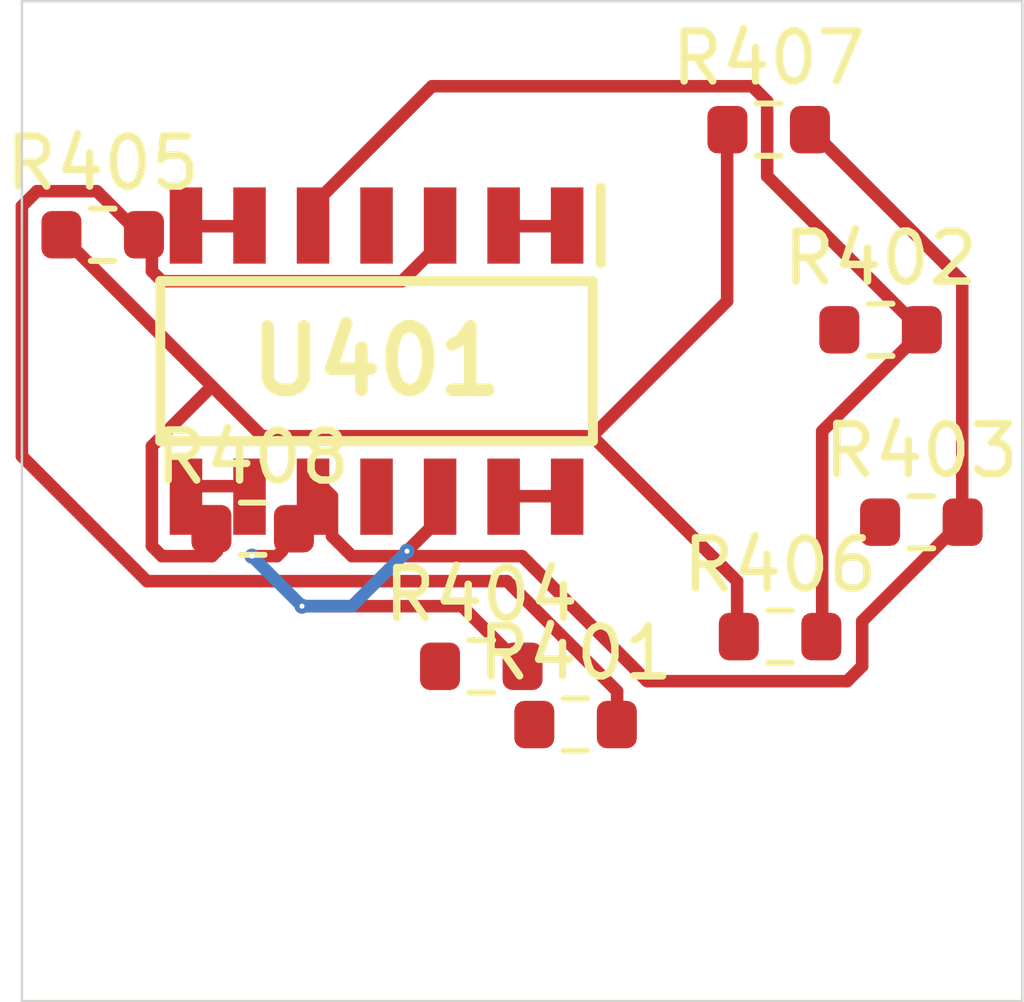
<source format=kicad_pcb>
 ( kicad_pcb  ( version 20171130 )
 ( host pcbnew 5.1.12-84ad8e8a86~92~ubuntu18.04.1 )
 ( general  ( thickness 1.6 )
 ( drawings 4 )
 ( tracks 0 )
 ( zones 0 )
 ( modules 9 )
 ( nets 14 )
)
 ( page A4 )
 ( layers  ( 0 F.Cu signal )
 ( 31 B.Cu signal )
 ( 32 B.Adhes user )
 ( 33 F.Adhes user )
 ( 34 B.Paste user )
 ( 35 F.Paste user )
 ( 36 B.SilkS user )
 ( 37 F.SilkS user )
 ( 38 B.Mask user )
 ( 39 F.Mask user )
 ( 40 Dwgs.User user )
 ( 41 Cmts.User user )
 ( 42 Eco1.User user )
 ( 43 Eco2.User user )
 ( 44 Edge.Cuts user )
 ( 45 Margin user )
 ( 46 B.CrtYd user )
 ( 47 F.CrtYd user )
 ( 48 B.Fab user )
 ( 49 F.Fab user )
)
 ( setup  ( last_trace_width 0.25 )
 ( trace_clearance 0.2 )
 ( zone_clearance 0.508 )
 ( zone_45_only no )
 ( trace_min 0.2 )
 ( via_size 0.8 )
 ( via_drill 0.4 )
 ( via_min_size 0.4 )
 ( via_min_drill 0.3 )
 ( uvia_size 0.3 )
 ( uvia_drill 0.1 )
 ( uvias_allowed no )
 ( uvia_min_size 0.2 )
 ( uvia_min_drill 0.1 )
 ( edge_width 0.05 )
 ( segment_width 0.2 )
 ( pcb_text_width 0.3 )
 ( pcb_text_size 1.5 1.5 )
 ( mod_edge_width 0.12 )
 ( mod_text_size 1 1 )
 ( mod_text_width 0.15 )
 ( pad_size 1.524 1.524 )
 ( pad_drill 0.762 )
 ( pad_to_mask_clearance 0 )
 ( aux_axis_origin 0 0 )
 ( visible_elements FFFFFF7F )
 ( pcbplotparams  ( layerselection 0x010fc_ffffffff )
 ( usegerberextensions false )
 ( usegerberattributes true )
 ( usegerberadvancedattributes true )
 ( creategerberjobfile true )
 ( excludeedgelayer true )
 ( linewidth 0.100000 )
 ( plotframeref false )
 ( viasonmask false )
 ( mode 1 )
 ( useauxorigin false )
 ( hpglpennumber 1 )
 ( hpglpenspeed 20 )
 ( hpglpendiameter 15.000000 )
 ( psnegative false )
 ( psa4output false )
 ( plotreference true )
 ( plotvalue true )
 ( plotinvisibletext false )
 ( padsonsilk false )
 ( subtractmaskfromsilk false )
 ( outputformat 1 )
 ( mirror false )
 ( drillshape 1 )
 ( scaleselection 1 )
 ( outputdirectory "" )
)
)
 ( net 0 "" )
 ( net 1 /Sheet6235D886/vp )
 ( net 2 /Sheet6248AD22/chn0 )
 ( net 3 /Sheet6248AD22/chn1 )
 ( net 4 /Sheet6248AD22/chn2 )
 ( net 5 /Sheet6248AD22/chn3 )
 ( net 6 "Net-(R401-Pad2)" )
 ( net 7 "Net-(R402-Pad2)" )
 ( net 8 "Net-(R403-Pad2)" )
 ( net 9 "Net-(R404-Pad2)" )
 ( net 10 /Sheet6248AD22/chn0_n )
 ( net 11 /Sheet6248AD22/chn1_n )
 ( net 12 /Sheet6248AD22/chn2_n )
 ( net 13 /Sheet6248AD22/chn3_n )
 ( net_class Default "This is the default net class."  ( clearance 0.2 )
 ( trace_width 0.25 )
 ( via_dia 0.8 )
 ( via_drill 0.4 )
 ( uvia_dia 0.3 )
 ( uvia_drill 0.1 )
 ( add_net /Sheet6235D886/vp )
 ( add_net /Sheet6248AD22/chn0 )
 ( add_net /Sheet6248AD22/chn0_n )
 ( add_net /Sheet6248AD22/chn1 )
 ( add_net /Sheet6248AD22/chn1_n )
 ( add_net /Sheet6248AD22/chn2 )
 ( add_net /Sheet6248AD22/chn2_n )
 ( add_net /Sheet6248AD22/chn3 )
 ( add_net /Sheet6248AD22/chn3_n )
 ( add_net "Net-(R401-Pad2)" )
 ( add_net "Net-(R402-Pad2)" )
 ( add_net "Net-(R403-Pad2)" )
 ( add_net "Net-(R404-Pad2)" )
)
 ( module Resistor_SMD:R_0603_1608Metric  ( layer F.Cu )
 ( tedit 5F68FEEE )
 ( tstamp 623425C8 )
 ( at 91.070000 114.468000 )
 ( descr "Resistor SMD 0603 (1608 Metric), square (rectangular) end terminal, IPC_7351 nominal, (Body size source: IPC-SM-782 page 72, https://www.pcb-3d.com/wordpress/wp-content/uploads/ipc-sm-782a_amendment_1_and_2.pdf), generated with kicad-footprint-generator" )
 ( tags resistor )
 ( path /6248AD23/6249ADFD )
 ( attr smd )
 ( fp_text reference R401  ( at 0 -1.43 )
 ( layer F.SilkS )
 ( effects  ( font  ( size 1 1 )
 ( thickness 0.15 )
)
)
)
 ( fp_text value 10M  ( at 0 1.43 )
 ( layer F.Fab )
 ( effects  ( font  ( size 1 1 )
 ( thickness 0.15 )
)
)
)
 ( fp_line  ( start -0.8 0.4125 )
 ( end -0.8 -0.4125 )
 ( layer F.Fab )
 ( width 0.1 )
)
 ( fp_line  ( start -0.8 -0.4125 )
 ( end 0.8 -0.4125 )
 ( layer F.Fab )
 ( width 0.1 )
)
 ( fp_line  ( start 0.8 -0.4125 )
 ( end 0.8 0.4125 )
 ( layer F.Fab )
 ( width 0.1 )
)
 ( fp_line  ( start 0.8 0.4125 )
 ( end -0.8 0.4125 )
 ( layer F.Fab )
 ( width 0.1 )
)
 ( fp_line  ( start -0.237258 -0.5225 )
 ( end 0.237258 -0.5225 )
 ( layer F.SilkS )
 ( width 0.12 )
)
 ( fp_line  ( start -0.237258 0.5225 )
 ( end 0.237258 0.5225 )
 ( layer F.SilkS )
 ( width 0.12 )
)
 ( fp_line  ( start -1.48 0.73 )
 ( end -1.48 -0.73 )
 ( layer F.CrtYd )
 ( width 0.05 )
)
 ( fp_line  ( start -1.48 -0.73 )
 ( end 1.48 -0.73 )
 ( layer F.CrtYd )
 ( width 0.05 )
)
 ( fp_line  ( start 1.48 -0.73 )
 ( end 1.48 0.73 )
 ( layer F.CrtYd )
 ( width 0.05 )
)
 ( fp_line  ( start 1.48 0.73 )
 ( end -1.48 0.73 )
 ( layer F.CrtYd )
 ( width 0.05 )
)
 ( fp_text user %R  ( at 0 0 )
 ( layer F.Fab )
 ( effects  ( font  ( size 0.4 0.4 )
 ( thickness 0.06 )
)
)
)
 ( pad 2 smd roundrect  ( at 0.825 0 )
 ( size 0.8 0.95 )
 ( layers F.Cu F.Mask F.Paste )
 ( roundrect_rratio 0.25 )
 ( net 6 "Net-(R401-Pad2)" )
)
 ( pad 1 smd roundrect  ( at -0.825 0 )
 ( size 0.8 0.95 )
 ( layers F.Cu F.Mask F.Paste )
 ( roundrect_rratio 0.25 )
 ( net 10 /Sheet6248AD22/chn0_n )
)
 ( model ${KISYS3DMOD}/Resistor_SMD.3dshapes/R_0603_1608Metric.wrl  ( at  ( xyz 0 0 0 )
)
 ( scale  ( xyz 1 1 1 )
)
 ( rotate  ( xyz 0 0 0 )
)
)
)
 ( module Resistor_SMD:R_0603_1608Metric  ( layer F.Cu )
 ( tedit 5F68FEEE )
 ( tstamp 623425D9 )
 ( at 97.168000 106.572000 )
 ( descr "Resistor SMD 0603 (1608 Metric), square (rectangular) end terminal, IPC_7351 nominal, (Body size source: IPC-SM-782 page 72, https://www.pcb-3d.com/wordpress/wp-content/uploads/ipc-sm-782a_amendment_1_and_2.pdf), generated with kicad-footprint-generator" )
 ( tags resistor )
 ( path /6248AD23/6249B75E )
 ( attr smd )
 ( fp_text reference R402  ( at 0 -1.43 )
 ( layer F.SilkS )
 ( effects  ( font  ( size 1 1 )
 ( thickness 0.15 )
)
)
)
 ( fp_text value 10M  ( at 0 1.43 )
 ( layer F.Fab )
 ( effects  ( font  ( size 1 1 )
 ( thickness 0.15 )
)
)
)
 ( fp_line  ( start 1.48 0.73 )
 ( end -1.48 0.73 )
 ( layer F.CrtYd )
 ( width 0.05 )
)
 ( fp_line  ( start 1.48 -0.73 )
 ( end 1.48 0.73 )
 ( layer F.CrtYd )
 ( width 0.05 )
)
 ( fp_line  ( start -1.48 -0.73 )
 ( end 1.48 -0.73 )
 ( layer F.CrtYd )
 ( width 0.05 )
)
 ( fp_line  ( start -1.48 0.73 )
 ( end -1.48 -0.73 )
 ( layer F.CrtYd )
 ( width 0.05 )
)
 ( fp_line  ( start -0.237258 0.5225 )
 ( end 0.237258 0.5225 )
 ( layer F.SilkS )
 ( width 0.12 )
)
 ( fp_line  ( start -0.237258 -0.5225 )
 ( end 0.237258 -0.5225 )
 ( layer F.SilkS )
 ( width 0.12 )
)
 ( fp_line  ( start 0.8 0.4125 )
 ( end -0.8 0.4125 )
 ( layer F.Fab )
 ( width 0.1 )
)
 ( fp_line  ( start 0.8 -0.4125 )
 ( end 0.8 0.4125 )
 ( layer F.Fab )
 ( width 0.1 )
)
 ( fp_line  ( start -0.8 -0.4125 )
 ( end 0.8 -0.4125 )
 ( layer F.Fab )
 ( width 0.1 )
)
 ( fp_line  ( start -0.8 0.4125 )
 ( end -0.8 -0.4125 )
 ( layer F.Fab )
 ( width 0.1 )
)
 ( fp_text user %R  ( at 0 0 )
 ( layer F.Fab )
 ( effects  ( font  ( size 0.4 0.4 )
 ( thickness 0.06 )
)
)
)
 ( pad 1 smd roundrect  ( at -0.825 0 )
 ( size 0.8 0.95 )
 ( layers F.Cu F.Mask F.Paste )
 ( roundrect_rratio 0.25 )
 ( net 11 /Sheet6248AD22/chn1_n )
)
 ( pad 2 smd roundrect  ( at 0.825 0 )
 ( size 0.8 0.95 )
 ( layers F.Cu F.Mask F.Paste )
 ( roundrect_rratio 0.25 )
 ( net 7 "Net-(R402-Pad2)" )
)
 ( model ${KISYS3DMOD}/Resistor_SMD.3dshapes/R_0603_1608Metric.wrl  ( at  ( xyz 0 0 0 )
)
 ( scale  ( xyz 1 1 1 )
)
 ( rotate  ( xyz 0 0 0 )
)
)
)
 ( module Resistor_SMD:R_0603_1608Metric  ( layer F.Cu )
 ( tedit 5F68FEEE )
 ( tstamp 623425EA )
 ( at 97.982900 110.420000 )
 ( descr "Resistor SMD 0603 (1608 Metric), square (rectangular) end terminal, IPC_7351 nominal, (Body size source: IPC-SM-782 page 72, https://www.pcb-3d.com/wordpress/wp-content/uploads/ipc-sm-782a_amendment_1_and_2.pdf), generated with kicad-footprint-generator" )
 ( tags resistor )
 ( path /6248AD23/6249FB7A )
 ( attr smd )
 ( fp_text reference R403  ( at 0 -1.43 )
 ( layer F.SilkS )
 ( effects  ( font  ( size 1 1 )
 ( thickness 0.15 )
)
)
)
 ( fp_text value 10M  ( at 0 1.43 )
 ( layer F.Fab )
 ( effects  ( font  ( size 1 1 )
 ( thickness 0.15 )
)
)
)
 ( fp_line  ( start 1.48 0.73 )
 ( end -1.48 0.73 )
 ( layer F.CrtYd )
 ( width 0.05 )
)
 ( fp_line  ( start 1.48 -0.73 )
 ( end 1.48 0.73 )
 ( layer F.CrtYd )
 ( width 0.05 )
)
 ( fp_line  ( start -1.48 -0.73 )
 ( end 1.48 -0.73 )
 ( layer F.CrtYd )
 ( width 0.05 )
)
 ( fp_line  ( start -1.48 0.73 )
 ( end -1.48 -0.73 )
 ( layer F.CrtYd )
 ( width 0.05 )
)
 ( fp_line  ( start -0.237258 0.5225 )
 ( end 0.237258 0.5225 )
 ( layer F.SilkS )
 ( width 0.12 )
)
 ( fp_line  ( start -0.237258 -0.5225 )
 ( end 0.237258 -0.5225 )
 ( layer F.SilkS )
 ( width 0.12 )
)
 ( fp_line  ( start 0.8 0.4125 )
 ( end -0.8 0.4125 )
 ( layer F.Fab )
 ( width 0.1 )
)
 ( fp_line  ( start 0.8 -0.4125 )
 ( end 0.8 0.4125 )
 ( layer F.Fab )
 ( width 0.1 )
)
 ( fp_line  ( start -0.8 -0.4125 )
 ( end 0.8 -0.4125 )
 ( layer F.Fab )
 ( width 0.1 )
)
 ( fp_line  ( start -0.8 0.4125 )
 ( end -0.8 -0.4125 )
 ( layer F.Fab )
 ( width 0.1 )
)
 ( fp_text user %R  ( at 0 0 )
 ( layer F.Fab )
 ( effects  ( font  ( size 0.4 0.4 )
 ( thickness 0.06 )
)
)
)
 ( pad 1 smd roundrect  ( at -0.825 0 )
 ( size 0.8 0.95 )
 ( layers F.Cu F.Mask F.Paste )
 ( roundrect_rratio 0.25 )
 ( net 12 /Sheet6248AD22/chn2_n )
)
 ( pad 2 smd roundrect  ( at 0.825 0 )
 ( size 0.8 0.95 )
 ( layers F.Cu F.Mask F.Paste )
 ( roundrect_rratio 0.25 )
 ( net 8 "Net-(R403-Pad2)" )
)
 ( model ${KISYS3DMOD}/Resistor_SMD.3dshapes/R_0603_1608Metric.wrl  ( at  ( xyz 0 0 0 )
)
 ( scale  ( xyz 1 1 1 )
)
 ( rotate  ( xyz 0 0 0 )
)
)
)
 ( module Resistor_SMD:R_0603_1608Metric  ( layer F.Cu )
 ( tedit 5F68FEEE )
 ( tstamp 623425FB )
 ( at 89.184900 113.303000 )
 ( descr "Resistor SMD 0603 (1608 Metric), square (rectangular) end terminal, IPC_7351 nominal, (Body size source: IPC-SM-782 page 72, https://www.pcb-3d.com/wordpress/wp-content/uploads/ipc-sm-782a_amendment_1_and_2.pdf), generated with kicad-footprint-generator" )
 ( tags resistor )
 ( path /6248AD23/6249FB74 )
 ( attr smd )
 ( fp_text reference R404  ( at 0 -1.43 )
 ( layer F.SilkS )
 ( effects  ( font  ( size 1 1 )
 ( thickness 0.15 )
)
)
)
 ( fp_text value 10M  ( at 0 1.43 )
 ( layer F.Fab )
 ( effects  ( font  ( size 1 1 )
 ( thickness 0.15 )
)
)
)
 ( fp_line  ( start -0.8 0.4125 )
 ( end -0.8 -0.4125 )
 ( layer F.Fab )
 ( width 0.1 )
)
 ( fp_line  ( start -0.8 -0.4125 )
 ( end 0.8 -0.4125 )
 ( layer F.Fab )
 ( width 0.1 )
)
 ( fp_line  ( start 0.8 -0.4125 )
 ( end 0.8 0.4125 )
 ( layer F.Fab )
 ( width 0.1 )
)
 ( fp_line  ( start 0.8 0.4125 )
 ( end -0.8 0.4125 )
 ( layer F.Fab )
 ( width 0.1 )
)
 ( fp_line  ( start -0.237258 -0.5225 )
 ( end 0.237258 -0.5225 )
 ( layer F.SilkS )
 ( width 0.12 )
)
 ( fp_line  ( start -0.237258 0.5225 )
 ( end 0.237258 0.5225 )
 ( layer F.SilkS )
 ( width 0.12 )
)
 ( fp_line  ( start -1.48 0.73 )
 ( end -1.48 -0.73 )
 ( layer F.CrtYd )
 ( width 0.05 )
)
 ( fp_line  ( start -1.48 -0.73 )
 ( end 1.48 -0.73 )
 ( layer F.CrtYd )
 ( width 0.05 )
)
 ( fp_line  ( start 1.48 -0.73 )
 ( end 1.48 0.73 )
 ( layer F.CrtYd )
 ( width 0.05 )
)
 ( fp_line  ( start 1.48 0.73 )
 ( end -1.48 0.73 )
 ( layer F.CrtYd )
 ( width 0.05 )
)
 ( fp_text user %R  ( at 0 0 )
 ( layer F.Fab )
 ( effects  ( font  ( size 0.4 0.4 )
 ( thickness 0.06 )
)
)
)
 ( pad 2 smd roundrect  ( at 0.825 0 )
 ( size 0.8 0.95 )
 ( layers F.Cu F.Mask F.Paste )
 ( roundrect_rratio 0.25 )
 ( net 9 "Net-(R404-Pad2)" )
)
 ( pad 1 smd roundrect  ( at -0.825 0 )
 ( size 0.8 0.95 )
 ( layers F.Cu F.Mask F.Paste )
 ( roundrect_rratio 0.25 )
 ( net 13 /Sheet6248AD22/chn3_n )
)
 ( model ${KISYS3DMOD}/Resistor_SMD.3dshapes/R_0603_1608Metric.wrl  ( at  ( xyz 0 0 0 )
)
 ( scale  ( xyz 1 1 1 )
)
 ( rotate  ( xyz 0 0 0 )
)
)
)
 ( module Resistor_SMD:R_0603_1608Metric  ( layer F.Cu )
 ( tedit 5F68FEEE )
 ( tstamp 6234260C )
 ( at 81.616200 104.671000 )
 ( descr "Resistor SMD 0603 (1608 Metric), square (rectangular) end terminal, IPC_7351 nominal, (Body size source: IPC-SM-782 page 72, https://www.pcb-3d.com/wordpress/wp-content/uploads/ipc-sm-782a_amendment_1_and_2.pdf), generated with kicad-footprint-generator" )
 ( tags resistor )
 ( path /6248AD23/62497F62 )
 ( attr smd )
 ( fp_text reference R405  ( at 0 -1.43 )
 ( layer F.SilkS )
 ( effects  ( font  ( size 1 1 )
 ( thickness 0.15 )
)
)
)
 ( fp_text value 750k  ( at 0 1.43 )
 ( layer F.Fab )
 ( effects  ( font  ( size 1 1 )
 ( thickness 0.15 )
)
)
)
 ( fp_line  ( start -0.8 0.4125 )
 ( end -0.8 -0.4125 )
 ( layer F.Fab )
 ( width 0.1 )
)
 ( fp_line  ( start -0.8 -0.4125 )
 ( end 0.8 -0.4125 )
 ( layer F.Fab )
 ( width 0.1 )
)
 ( fp_line  ( start 0.8 -0.4125 )
 ( end 0.8 0.4125 )
 ( layer F.Fab )
 ( width 0.1 )
)
 ( fp_line  ( start 0.8 0.4125 )
 ( end -0.8 0.4125 )
 ( layer F.Fab )
 ( width 0.1 )
)
 ( fp_line  ( start -0.237258 -0.5225 )
 ( end 0.237258 -0.5225 )
 ( layer F.SilkS )
 ( width 0.12 )
)
 ( fp_line  ( start -0.237258 0.5225 )
 ( end 0.237258 0.5225 )
 ( layer F.SilkS )
 ( width 0.12 )
)
 ( fp_line  ( start -1.48 0.73 )
 ( end -1.48 -0.73 )
 ( layer F.CrtYd )
 ( width 0.05 )
)
 ( fp_line  ( start -1.48 -0.73 )
 ( end 1.48 -0.73 )
 ( layer F.CrtYd )
 ( width 0.05 )
)
 ( fp_line  ( start 1.48 -0.73 )
 ( end 1.48 0.73 )
 ( layer F.CrtYd )
 ( width 0.05 )
)
 ( fp_line  ( start 1.48 0.73 )
 ( end -1.48 0.73 )
 ( layer F.CrtYd )
 ( width 0.05 )
)
 ( fp_text user %R  ( at 0 0 )
 ( layer F.Fab )
 ( effects  ( font  ( size 0.4 0.4 )
 ( thickness 0.06 )
)
)
)
 ( pad 2 smd roundrect  ( at 0.825 0 )
 ( size 0.8 0.95 )
 ( layers F.Cu F.Mask F.Paste )
 ( roundrect_rratio 0.25 )
 ( net 6 "Net-(R401-Pad2)" )
)
 ( pad 1 smd roundrect  ( at -0.825 0 )
 ( size 0.8 0.95 )
 ( layers F.Cu F.Mask F.Paste )
 ( roundrect_rratio 0.25 )
 ( net 1 /Sheet6235D886/vp )
)
 ( model ${KISYS3DMOD}/Resistor_SMD.3dshapes/R_0603_1608Metric.wrl  ( at  ( xyz 0 0 0 )
)
 ( scale  ( xyz 1 1 1 )
)
 ( rotate  ( xyz 0 0 0 )
)
)
)
 ( module Resistor_SMD:R_0603_1608Metric  ( layer F.Cu )
 ( tedit 5F68FEEE )
 ( tstamp 6234261D )
 ( at 95.158400 112.709000 )
 ( descr "Resistor SMD 0603 (1608 Metric), square (rectangular) end terminal, IPC_7351 nominal, (Body size source: IPC-SM-782 page 72, https://www.pcb-3d.com/wordpress/wp-content/uploads/ipc-sm-782a_amendment_1_and_2.pdf), generated with kicad-footprint-generator" )
 ( tags resistor )
 ( path /6248AD23/62499098 )
 ( attr smd )
 ( fp_text reference R406  ( at 0 -1.43 )
 ( layer F.SilkS )
 ( effects  ( font  ( size 1 1 )
 ( thickness 0.15 )
)
)
)
 ( fp_text value 750k  ( at 0 1.43 )
 ( layer F.Fab )
 ( effects  ( font  ( size 1 1 )
 ( thickness 0.15 )
)
)
)
 ( fp_line  ( start 1.48 0.73 )
 ( end -1.48 0.73 )
 ( layer F.CrtYd )
 ( width 0.05 )
)
 ( fp_line  ( start 1.48 -0.73 )
 ( end 1.48 0.73 )
 ( layer F.CrtYd )
 ( width 0.05 )
)
 ( fp_line  ( start -1.48 -0.73 )
 ( end 1.48 -0.73 )
 ( layer F.CrtYd )
 ( width 0.05 )
)
 ( fp_line  ( start -1.48 0.73 )
 ( end -1.48 -0.73 )
 ( layer F.CrtYd )
 ( width 0.05 )
)
 ( fp_line  ( start -0.237258 0.5225 )
 ( end 0.237258 0.5225 )
 ( layer F.SilkS )
 ( width 0.12 )
)
 ( fp_line  ( start -0.237258 -0.5225 )
 ( end 0.237258 -0.5225 )
 ( layer F.SilkS )
 ( width 0.12 )
)
 ( fp_line  ( start 0.8 0.4125 )
 ( end -0.8 0.4125 )
 ( layer F.Fab )
 ( width 0.1 )
)
 ( fp_line  ( start 0.8 -0.4125 )
 ( end 0.8 0.4125 )
 ( layer F.Fab )
 ( width 0.1 )
)
 ( fp_line  ( start -0.8 -0.4125 )
 ( end 0.8 -0.4125 )
 ( layer F.Fab )
 ( width 0.1 )
)
 ( fp_line  ( start -0.8 0.4125 )
 ( end -0.8 -0.4125 )
 ( layer F.Fab )
 ( width 0.1 )
)
 ( fp_text user %R  ( at 0 0 )
 ( layer F.Fab )
 ( effects  ( font  ( size 0.4 0.4 )
 ( thickness 0.06 )
)
)
)
 ( pad 1 smd roundrect  ( at -0.825 0 )
 ( size 0.8 0.95 )
 ( layers F.Cu F.Mask F.Paste )
 ( roundrect_rratio 0.25 )
 ( net 1 /Sheet6235D886/vp )
)
 ( pad 2 smd roundrect  ( at 0.825 0 )
 ( size 0.8 0.95 )
 ( layers F.Cu F.Mask F.Paste )
 ( roundrect_rratio 0.25 )
 ( net 7 "Net-(R402-Pad2)" )
)
 ( model ${KISYS3DMOD}/Resistor_SMD.3dshapes/R_0603_1608Metric.wrl  ( at  ( xyz 0 0 0 )
)
 ( scale  ( xyz 1 1 1 )
)
 ( rotate  ( xyz 0 0 0 )
)
)
)
 ( module Resistor_SMD:R_0603_1608Metric  ( layer F.Cu )
 ( tedit 5F68FEEE )
 ( tstamp 6234262E )
 ( at 94.930400 102.569000 )
 ( descr "Resistor SMD 0603 (1608 Metric), square (rectangular) end terminal, IPC_7351 nominal, (Body size source: IPC-SM-782 page 72, https://www.pcb-3d.com/wordpress/wp-content/uploads/ipc-sm-782a_amendment_1_and_2.pdf), generated with kicad-footprint-generator" )
 ( tags resistor )
 ( path /6248AD23/624A0FFB )
 ( attr smd )
 ( fp_text reference R407  ( at 0 -1.43 )
 ( layer F.SilkS )
 ( effects  ( font  ( size 1 1 )
 ( thickness 0.15 )
)
)
)
 ( fp_text value 1.5M  ( at 0 1.43 )
 ( layer F.Fab )
 ( effects  ( font  ( size 1 1 )
 ( thickness 0.15 )
)
)
)
 ( fp_line  ( start 1.48 0.73 )
 ( end -1.48 0.73 )
 ( layer F.CrtYd )
 ( width 0.05 )
)
 ( fp_line  ( start 1.48 -0.73 )
 ( end 1.48 0.73 )
 ( layer F.CrtYd )
 ( width 0.05 )
)
 ( fp_line  ( start -1.48 -0.73 )
 ( end 1.48 -0.73 )
 ( layer F.CrtYd )
 ( width 0.05 )
)
 ( fp_line  ( start -1.48 0.73 )
 ( end -1.48 -0.73 )
 ( layer F.CrtYd )
 ( width 0.05 )
)
 ( fp_line  ( start -0.237258 0.5225 )
 ( end 0.237258 0.5225 )
 ( layer F.SilkS )
 ( width 0.12 )
)
 ( fp_line  ( start -0.237258 -0.5225 )
 ( end 0.237258 -0.5225 )
 ( layer F.SilkS )
 ( width 0.12 )
)
 ( fp_line  ( start 0.8 0.4125 )
 ( end -0.8 0.4125 )
 ( layer F.Fab )
 ( width 0.1 )
)
 ( fp_line  ( start 0.8 -0.4125 )
 ( end 0.8 0.4125 )
 ( layer F.Fab )
 ( width 0.1 )
)
 ( fp_line  ( start -0.8 -0.4125 )
 ( end 0.8 -0.4125 )
 ( layer F.Fab )
 ( width 0.1 )
)
 ( fp_line  ( start -0.8 0.4125 )
 ( end -0.8 -0.4125 )
 ( layer F.Fab )
 ( width 0.1 )
)
 ( fp_text user %R  ( at 0 0 )
 ( layer F.Fab )
 ( effects  ( font  ( size 0.4 0.4 )
 ( thickness 0.06 )
)
)
)
 ( pad 1 smd roundrect  ( at -0.825 0 )
 ( size 0.8 0.95 )
 ( layers F.Cu F.Mask F.Paste )
 ( roundrect_rratio 0.25 )
 ( net 1 /Sheet6235D886/vp )
)
 ( pad 2 smd roundrect  ( at 0.825 0 )
 ( size 0.8 0.95 )
 ( layers F.Cu F.Mask F.Paste )
 ( roundrect_rratio 0.25 )
 ( net 8 "Net-(R403-Pad2)" )
)
 ( model ${KISYS3DMOD}/Resistor_SMD.3dshapes/R_0603_1608Metric.wrl  ( at  ( xyz 0 0 0 )
)
 ( scale  ( xyz 1 1 1 )
)
 ( rotate  ( xyz 0 0 0 )
)
)
)
 ( module Resistor_SMD:R_0603_1608Metric  ( layer F.Cu )
 ( tedit 5F68FEEE )
 ( tstamp 6234263F )
 ( at 84.614300 110.551000 )
 ( descr "Resistor SMD 0603 (1608 Metric), square (rectangular) end terminal, IPC_7351 nominal, (Body size source: IPC-SM-782 page 72, https://www.pcb-3d.com/wordpress/wp-content/uploads/ipc-sm-782a_amendment_1_and_2.pdf), generated with kicad-footprint-generator" )
 ( tags resistor )
 ( path /6248AD23/624A093C )
 ( attr smd )
 ( fp_text reference R408  ( at 0 -1.43 )
 ( layer F.SilkS )
 ( effects  ( font  ( size 1 1 )
 ( thickness 0.15 )
)
)
)
 ( fp_text value 1.5M  ( at 0 1.43 )
 ( layer F.Fab )
 ( effects  ( font  ( size 1 1 )
 ( thickness 0.15 )
)
)
)
 ( fp_line  ( start -0.8 0.4125 )
 ( end -0.8 -0.4125 )
 ( layer F.Fab )
 ( width 0.1 )
)
 ( fp_line  ( start -0.8 -0.4125 )
 ( end 0.8 -0.4125 )
 ( layer F.Fab )
 ( width 0.1 )
)
 ( fp_line  ( start 0.8 -0.4125 )
 ( end 0.8 0.4125 )
 ( layer F.Fab )
 ( width 0.1 )
)
 ( fp_line  ( start 0.8 0.4125 )
 ( end -0.8 0.4125 )
 ( layer F.Fab )
 ( width 0.1 )
)
 ( fp_line  ( start -0.237258 -0.5225 )
 ( end 0.237258 -0.5225 )
 ( layer F.SilkS )
 ( width 0.12 )
)
 ( fp_line  ( start -0.237258 0.5225 )
 ( end 0.237258 0.5225 )
 ( layer F.SilkS )
 ( width 0.12 )
)
 ( fp_line  ( start -1.48 0.73 )
 ( end -1.48 -0.73 )
 ( layer F.CrtYd )
 ( width 0.05 )
)
 ( fp_line  ( start -1.48 -0.73 )
 ( end 1.48 -0.73 )
 ( layer F.CrtYd )
 ( width 0.05 )
)
 ( fp_line  ( start 1.48 -0.73 )
 ( end 1.48 0.73 )
 ( layer F.CrtYd )
 ( width 0.05 )
)
 ( fp_line  ( start 1.48 0.73 )
 ( end -1.48 0.73 )
 ( layer F.CrtYd )
 ( width 0.05 )
)
 ( fp_text user %R  ( at 0 0 )
 ( layer F.Fab )
 ( effects  ( font  ( size 0.4 0.4 )
 ( thickness 0.06 )
)
)
)
 ( pad 2 smd roundrect  ( at 0.825 0 )
 ( size 0.8 0.95 )
 ( layers F.Cu F.Mask F.Paste )
 ( roundrect_rratio 0.25 )
 ( net 9 "Net-(R404-Pad2)" )
)
 ( pad 1 smd roundrect  ( at -0.825 0 )
 ( size 0.8 0.95 )
 ( layers F.Cu F.Mask F.Paste )
 ( roundrect_rratio 0.25 )
 ( net 1 /Sheet6235D886/vp )
)
 ( model ${KISYS3DMOD}/Resistor_SMD.3dshapes/R_0603_1608Metric.wrl  ( at  ( xyz 0 0 0 )
)
 ( scale  ( xyz 1 1 1 )
)
 ( rotate  ( xyz 0 0 0 )
)
)
)
 ( module TL074HIDR:SOIC127P600X175-14N locked  ( layer F.Cu )
 ( tedit 62336F37 )
 ( tstamp 62342709 )
 ( at 87.091000 107.198000 270.000000 )
 ( descr "D (-R-PDSO-G14)" )
 ( tags "Integrated Circuit" )
 ( path /6248AD23/624976B2 )
 ( attr smd )
 ( fp_text reference U401  ( at 0 0 )
 ( layer F.SilkS )
 ( effects  ( font  ( size 1.27 1.27 )
 ( thickness 0.254 )
)
)
)
 ( fp_text value TL074  ( at 0 0 )
 ( layer F.SilkS )
hide  ( effects  ( font  ( size 1.27 1.27 )
 ( thickness 0.254 )
)
)
)
 ( fp_line  ( start -3.725 -4.625 )
 ( end 3.725 -4.625 )
 ( layer Dwgs.User )
 ( width 0.05 )
)
 ( fp_line  ( start 3.725 -4.625 )
 ( end 3.725 4.625 )
 ( layer Dwgs.User )
 ( width 0.05 )
)
 ( fp_line  ( start 3.725 4.625 )
 ( end -3.725 4.625 )
 ( layer Dwgs.User )
 ( width 0.05 )
)
 ( fp_line  ( start -3.725 4.625 )
 ( end -3.725 -4.625 )
 ( layer Dwgs.User )
 ( width 0.05 )
)
 ( fp_line  ( start -1.95 -4.325 )
 ( end 1.95 -4.325 )
 ( layer Dwgs.User )
 ( width 0.1 )
)
 ( fp_line  ( start 1.95 -4.325 )
 ( end 1.95 4.325 )
 ( layer Dwgs.User )
 ( width 0.1 )
)
 ( fp_line  ( start 1.95 4.325 )
 ( end -1.95 4.325 )
 ( layer Dwgs.User )
 ( width 0.1 )
)
 ( fp_line  ( start -1.95 4.325 )
 ( end -1.95 -4.325 )
 ( layer Dwgs.User )
 ( width 0.1 )
)
 ( fp_line  ( start -1.95 -3.055 )
 ( end -0.68 -4.325 )
 ( layer Dwgs.User )
 ( width 0.1 )
)
 ( fp_line  ( start -1.6 -4.325 )
 ( end 1.6 -4.325 )
 ( layer F.SilkS )
 ( width 0.2 )
)
 ( fp_line  ( start 1.6 -4.325 )
 ( end 1.6 4.325 )
 ( layer F.SilkS )
 ( width 0.2 )
)
 ( fp_line  ( start 1.6 4.325 )
 ( end -1.6 4.325 )
 ( layer F.SilkS )
 ( width 0.2 )
)
 ( fp_line  ( start -1.6 4.325 )
 ( end -1.6 -4.325 )
 ( layer F.SilkS )
 ( width 0.2 )
)
 ( fp_line  ( start -3.475 -4.485 )
 ( end -1.95 -4.485 )
 ( layer F.SilkS )
 ( width 0.2 )
)
 ( pad 1 smd rect  ( at -2.712 -3.81 )
 ( size 0.65 1.525 )
 ( layers F.Cu F.Mask F.Paste )
 ( net 2 /Sheet6248AD22/chn0 )
)
 ( pad 2 smd rect  ( at -2.712 -2.54 )
 ( size 0.65 1.525 )
 ( layers F.Cu F.Mask F.Paste )
 ( net 2 /Sheet6248AD22/chn0 )
)
 ( pad 3 smd rect  ( at -2.712 -1.27 )
 ( size 0.65 1.525 )
 ( layers F.Cu F.Mask F.Paste )
 ( net 6 "Net-(R401-Pad2)" )
)
 ( pad 4 smd rect  ( at -2.712 0 )
 ( size 0.65 1.525 )
 ( layers F.Cu F.Mask F.Paste )
)
 ( pad 5 smd rect  ( at -2.712 1.27 )
 ( size 0.65 1.525 )
 ( layers F.Cu F.Mask F.Paste )
 ( net 7 "Net-(R402-Pad2)" )
)
 ( pad 6 smd rect  ( at -2.712 2.54 )
 ( size 0.65 1.525 )
 ( layers F.Cu F.Mask F.Paste )
 ( net 3 /Sheet6248AD22/chn1 )
)
 ( pad 7 smd rect  ( at -2.712 3.81 )
 ( size 0.65 1.525 )
 ( layers F.Cu F.Mask F.Paste )
 ( net 3 /Sheet6248AD22/chn1 )
)
 ( pad 8 smd rect  ( at 2.712 3.81 )
 ( size 0.65 1.525 )
 ( layers F.Cu F.Mask F.Paste )
 ( net 4 /Sheet6248AD22/chn2 )
)
 ( pad 9 smd rect  ( at 2.712 2.54 )
 ( size 0.65 1.525 )
 ( layers F.Cu F.Mask F.Paste )
 ( net 4 /Sheet6248AD22/chn2 )
)
 ( pad 10 smd rect  ( at 2.712 1.27 )
 ( size 0.65 1.525 )
 ( layers F.Cu F.Mask F.Paste )
 ( net 8 "Net-(R403-Pad2)" )
)
 ( pad 11 smd rect  ( at 2.712 0 )
 ( size 0.65 1.525 )
 ( layers F.Cu F.Mask F.Paste )
)
 ( pad 12 smd rect  ( at 2.712 -1.27 )
 ( size 0.65 1.525 )
 ( layers F.Cu F.Mask F.Paste )
 ( net 9 "Net-(R404-Pad2)" )
)
 ( pad 13 smd rect  ( at 2.712 -2.54 )
 ( size 0.65 1.525 )
 ( layers F.Cu F.Mask F.Paste )
 ( net 5 /Sheet6248AD22/chn3 )
)
 ( pad 14 smd rect  ( at 2.712 -3.81 )
 ( size 0.65 1.525 )
 ( layers F.Cu F.Mask F.Paste )
 ( net 5 /Sheet6248AD22/chn3 )
)
)
 ( gr_line  ( start 100 100 )
 ( end 100 120 )
 ( layer Edge.Cuts )
 ( width 0.05 )
 ( tstamp 62E76D2A )
)
 ( gr_line  ( start 80 120 )
 ( end 100 120 )
 ( layer Edge.Cuts )
 ( width 0.05 )
 ( tstamp 62E76D27 )
)
 ( gr_line  ( start 80 100 )
 ( end 80 120 )
 ( layer Edge.Cuts )
 ( width 0.05 )
 ( tstamp 6234110C )
)
 ( gr_line  ( start 80 100 )
 ( end 100 100 )
 ( layer Edge.Cuts )
 ( width 0.05 )
)
 ( segment  ( start 94.300001 112.700002 )
 ( end 94.300001 111.600002 )
 ( width 0.250000 )
 ( layer F.Cu )
 ( net 1 )
)
 ( segment  ( start 94.300001 111.600002 )
 ( end 91.400001 108.700002 )
 ( width 0.250000 )
 ( layer F.Cu )
 ( net 1 )
)
 ( segment  ( start 91.400001 108.700002 )
 ( end 84.800001 108.700002 )
 ( width 0.250000 )
 ( layer F.Cu )
 ( net 1 )
)
 ( segment  ( start 84.800001 108.700002 )
 ( end 80.800001 104.700002 )
 ( width 0.250000 )
 ( layer F.Cu )
 ( net 1 )
)
 ( segment  ( start 94.100001 102.600002 )
 ( end 94.100001 106.000002 )
 ( width 0.250000 )
 ( layer F.Cu )
 ( net 1 )
)
 ( segment  ( start 94.100001 106.000002 )
 ( end 91.400001 108.700002 )
 ( width 0.250000 )
 ( layer F.Cu )
 ( net 1 )
)
 ( segment  ( start 83.800001 110.600002 )
 ( end 83.900001 110.700002 )
 ( width 0.250000 )
 ( layer F.Cu )
 ( net 1 )
)
 ( segment  ( start 83.900001 110.700002 )
 ( end 83.900001 111.000002 )
 ( width 0.250000 )
 ( layer F.Cu )
 ( net 1 )
)
 ( segment  ( start 83.900001 111.000002 )
 ( end 83.800001 111.100002 )
 ( width 0.250000 )
 ( layer F.Cu )
 ( net 1 )
)
 ( segment  ( start 83.800001 111.100002 )
 ( end 82.800001 111.100002 )
 ( width 0.250000 )
 ( layer F.Cu )
 ( net 1 )
)
 ( segment  ( start 82.800001 111.100002 )
 ( end 82.600001 110.900002 )
 ( width 0.250000 )
 ( layer F.Cu )
 ( net 1 )
)
 ( segment  ( start 82.600001 110.900002 )
 ( end 82.600001 108.900002 )
 ( width 0.250000 )
 ( layer F.Cu )
 ( net 1 )
)
 ( segment  ( start 82.600001 108.900002 )
 ( end 83.800001 107.700002 )
 ( width 0.250000 )
 ( layer F.Cu )
 ( net 1 )
)
 ( segment  ( start 89.600001 104.500002 )
 ( end 90.900001 104.500002 )
 ( width 0.250000 )
 ( layer F.Cu )
 ( net 2 )
)
 ( segment  ( start 83.300001 104.500002 )
 ( end 84.600001 104.500002 )
 ( width 0.250000 )
 ( layer F.Cu )
 ( net 3 )
)
 ( segment  ( start 84.600001 109.900002 )
 ( end 84.400001 109.700002 )
 ( width 0.250000 )
 ( layer F.Cu )
 ( net 4 )
)
 ( segment  ( start 84.400001 109.700002 )
 ( end 83.300001 109.700002 )
 ( width 0.250000 )
 ( layer F.Cu )
 ( net 4 )
)
 ( segment  ( start 83.300001 109.700002 )
 ( end 83.200001 109.800002 )
 ( width 0.250000 )
 ( layer F.Cu )
 ( net 4 )
)
 ( segment  ( start 83.200001 109.800002 )
 ( end 83.300001 109.900002 )
 ( width 0.250000 )
 ( layer F.Cu )
 ( net 4 )
)
 ( segment  ( start 90.900001 109.900002 )
 ( end 89.600001 109.900002 )
 ( width 0.250000 )
 ( layer F.Cu )
 ( net 5 )
)
 ( segment  ( start 82.400001 104.700002 )
 ( end 81.500001 103.800002 )
 ( width 0.250000 )
 ( layer F.Cu )
 ( net 6 )
)
 ( segment  ( start 81.500001 103.800002 )
 ( end 80.300001 103.800002 )
 ( width 0.250000 )
 ( layer F.Cu )
 ( net 6 )
)
 ( segment  ( start 80.300001 103.800002 )
 ( end 80.000001 104.100002 )
 ( width 0.250000 )
 ( layer F.Cu )
 ( net 6 )
)
 ( segment  ( start 80.000001 104.100002 )
 ( end 80.000001 109.100002 )
 ( width 0.250000 )
 ( layer F.Cu )
 ( net 6 )
)
 ( segment  ( start 80.000001 109.100002 )
 ( end 82.500001 111.600002 )
 ( width 0.250000 )
 ( layer F.Cu )
 ( net 6 )
)
 ( segment  ( start 82.500001 111.600002 )
 ( end 89.700001 111.600002 )
 ( width 0.250000 )
 ( layer F.Cu )
 ( net 6 )
)
 ( segment  ( start 89.700001 111.600002 )
 ( end 91.900001 113.800002 )
 ( width 0.250000 )
 ( layer F.Cu )
 ( net 6 )
)
 ( segment  ( start 91.900001 113.800002 )
 ( end 91.900001 114.500002 )
 ( width 0.250000 )
 ( layer F.Cu )
 ( net 6 )
)
 ( segment  ( start 88.400001 104.500002 )
 ( end 88.400001 104.800002 )
 ( width 0.250000 )
 ( layer F.Cu )
 ( net 6 )
)
 ( segment  ( start 88.400001 104.800002 )
 ( end 87.600001 105.600002 )
 ( width 0.250000 )
 ( layer F.Cu )
 ( net 6 )
)
 ( segment  ( start 87.600001 105.600002 )
 ( end 82.800001 105.600002 )
 ( width 0.250000 )
 ( layer F.Cu )
 ( net 6 )
)
 ( segment  ( start 82.800001 105.600002 )
 ( end 82.600001 105.400002 )
 ( width 0.250000 )
 ( layer F.Cu )
 ( net 6 )
)
 ( segment  ( start 82.600001 105.400002 )
 ( end 82.600001 104.900002 )
 ( width 0.250000 )
 ( layer F.Cu )
 ( net 6 )
)
 ( segment  ( start 82.600001 104.900002 )
 ( end 82.400001 104.700002 )
 ( width 0.250000 )
 ( layer F.Cu )
 ( net 6 )
)
 ( segment  ( start 96.000001 112.700002 )
 ( end 96.000001 108.600002 )
 ( width 0.250000 )
 ( layer F.Cu )
 ( net 7 )
)
 ( segment  ( start 96.000001 108.600002 )
 ( end 98.000001 106.600002 )
 ( width 0.250000 )
 ( layer F.Cu )
 ( net 7 )
)
 ( segment  ( start 85.800001 104.500002 )
 ( end 85.800001 104.100002 )
 ( width 0.250000 )
 ( layer F.Cu )
 ( net 7 )
)
 ( segment  ( start 85.800001 104.100002 )
 ( end 88.200001 101.700002 )
 ( width 0.250000 )
 ( layer F.Cu )
 ( net 7 )
)
 ( segment  ( start 88.200001 101.700002 )
 ( end 94.600001 101.700002 )
 ( width 0.250000 )
 ( layer F.Cu )
 ( net 7 )
)
 ( segment  ( start 94.600001 101.700002 )
 ( end 94.900001 102.000002 )
 ( width 0.250000 )
 ( layer F.Cu )
 ( net 7 )
)
 ( segment  ( start 94.900001 102.000002 )
 ( end 94.900001 103.500002 )
 ( width 0.250000 )
 ( layer F.Cu )
 ( net 7 )
)
 ( segment  ( start 94.900001 103.500002 )
 ( end 98.000001 106.600002 )
 ( width 0.250000 )
 ( layer F.Cu )
 ( net 7 )
)
 ( segment  ( start 95.800001 102.600002 )
 ( end 98.800001 105.600002 )
 ( width 0.250000 )
 ( layer F.Cu )
 ( net 8 )
)
 ( segment  ( start 98.800001 105.600002 )
 ( end 98.800001 110.400002 )
 ( width 0.250000 )
 ( layer F.Cu )
 ( net 8 )
)
 ( segment  ( start 85.800001 109.900002 )
 ( end 86.000001 109.700002 )
 ( width 0.250000 )
 ( layer F.Cu )
 ( net 8 )
)
 ( segment  ( start 86.000001 109.700002 )
 ( end 86.200001 109.900002 )
 ( width 0.250000 )
 ( layer F.Cu )
 ( net 8 )
)
 ( segment  ( start 86.200001 109.900002 )
 ( end 86.200001 110.700002 )
 ( width 0.250000 )
 ( layer F.Cu )
 ( net 8 )
)
 ( segment  ( start 86.200001 110.700002 )
 ( end 86.600001 111.100002 )
 ( width 0.250000 )
 ( layer F.Cu )
 ( net 8 )
)
 ( segment  ( start 86.600001 111.100002 )
 ( end 90.000001 111.100002 )
 ( width 0.250000 )
 ( layer F.Cu )
 ( net 8 )
)
 ( segment  ( start 90.000001 111.100002 )
 ( end 92.500001 113.600002 )
 ( width 0.250000 )
 ( layer F.Cu )
 ( net 8 )
)
 ( segment  ( start 92.500001 113.600002 )
 ( end 96.500001 113.600002 )
 ( width 0.250000 )
 ( layer F.Cu )
 ( net 8 )
)
 ( segment  ( start 96.500001 113.600002 )
 ( end 96.800001 113.300002 )
 ( width 0.250000 )
 ( layer F.Cu )
 ( net 8 )
)
 ( segment  ( start 96.800001 113.300002 )
 ( end 96.800001 112.400002 )
 ( width 0.250000 )
 ( layer F.Cu )
 ( net 8 )
)
 ( segment  ( start 96.800001 112.400002 )
 ( end 98.800001 110.400002 )
 ( width 0.250000 )
 ( layer F.Cu )
 ( net 8 )
)
 ( segment  ( start 85.400001 110.600002 )
 ( end 85.200001 110.800002 )
 ( width 0.250000 )
 ( layer F.Cu )
 ( net 9 )
)
 ( segment  ( start 85.200001 110.800002 )
 ( end 85.200001 111.000002 )
 ( width 0.250000 )
 ( layer F.Cu )
 ( net 9 )
)
 ( segment  ( start 85.200001 111.000002 )
 ( end 85.100001 111.100002 )
 ( width 0.250000 )
 ( layer F.Cu )
 ( net 9 )
)
 ( segment  ( start 85.100001 111.100002 )
 ( end 84.600001 111.100002 )
 ( width 0.250000 )
 ( layer F.Cu )
 ( net 9 )
)
 ( segment  ( start 84.600001 111.100002 )
 ( end 85.600001 112.100002 )
 ( width 0.250000 )
 ( layer B.Cu )
 ( net 9 )
)
 ( segment  ( start 85.600001 112.100002 )
 ( end 88.800001 112.100002 )
 ( width 0.250000 )
 ( layer F.Cu )
 ( net 9 )
)
 ( segment  ( start 88.800001 112.100002 )
 ( end 90.000001 113.300002 )
 ( width 0.250000 )
 ( layer F.Cu )
 ( net 9 )
)
 ( segment  ( start 88.400001 109.900002 )
 ( end 88.400001 110.300002 )
 ( width 0.250000 )
 ( layer F.Cu )
 ( net 9 )
)
 ( segment  ( start 88.400001 110.300002 )
 ( end 87.700001 111.000002 )
 ( width 0.250000 )
 ( layer F.Cu )
 ( net 9 )
)
 ( segment  ( start 87.700001 111.000002 )
 ( end 86.600001 112.100002 )
 ( width 0.250000 )
 ( layer B.Cu )
 ( net 9 )
)
 ( segment  ( start 86.600001 112.100002 )
 ( end 85.600001 112.100002 )
 ( width 0.250000 )
 ( layer B.Cu )
 ( net 9 )
)
 ( via micro  ( at 84.600001 111.100002 )
 ( size 0.300000 )
 ( drill 0.100000 )
 ( layers F.Cu B.Cu )
 ( net 9 )
)
 ( via micro  ( at 85.600001 112.100002 )
 ( size 0.300000 )
 ( drill 0.100000 )
 ( layers F.Cu B.Cu )
 ( net 9 )
)
 ( via micro  ( at 87.700001 111.000002 )
 ( size 0.300000 )
 ( drill 0.100000 )
 ( layers F.Cu B.Cu )
 ( net 9 )
)
)

</source>
